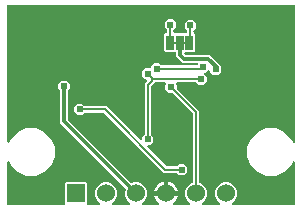
<source format=gbr>
G04 EAGLE Gerber RS-274X export*
G75*
%MOMM*%
%FSLAX34Y34*%
%LPD*%
%AMOC8*
5,1,8,0,0,1.08239X$1,22.5*%
G01*
%ADD10R,0.635000X1.270000*%
%ADD11C,0.203200*%
%ADD12R,1.524000X1.524000*%
%ADD13C,1.524000*%
%ADD14C,0.609600*%
%ADD15C,0.177800*%
%ADD16C,0.304800*%

G36*
X53144Y5216D02*
X53144Y5216D01*
X53202Y5214D01*
X53284Y5236D01*
X53368Y5248D01*
X53421Y5271D01*
X53477Y5286D01*
X53550Y5329D01*
X53627Y5364D01*
X53672Y5402D01*
X53722Y5431D01*
X53780Y5493D01*
X53844Y5547D01*
X53876Y5596D01*
X53916Y5639D01*
X53955Y5714D01*
X54002Y5784D01*
X54019Y5840D01*
X54046Y5892D01*
X54057Y5960D01*
X54087Y6055D01*
X54090Y6155D01*
X54101Y6223D01*
X54101Y23357D01*
X55143Y24399D01*
X71857Y24399D01*
X72899Y23357D01*
X72899Y6223D01*
X72907Y6165D01*
X72905Y6107D01*
X72927Y6025D01*
X72939Y5941D01*
X72962Y5888D01*
X72977Y5832D01*
X73020Y5759D01*
X73055Y5682D01*
X73093Y5637D01*
X73122Y5587D01*
X73184Y5529D01*
X73238Y5465D01*
X73287Y5433D01*
X73330Y5393D01*
X73405Y5354D01*
X73475Y5307D01*
X73531Y5290D01*
X73583Y5263D01*
X73651Y5252D01*
X73746Y5222D01*
X73846Y5219D01*
X73914Y5208D01*
X82949Y5208D01*
X82979Y5212D01*
X83008Y5209D01*
X83119Y5232D01*
X83231Y5248D01*
X83258Y5260D01*
X83286Y5265D01*
X83387Y5318D01*
X83490Y5364D01*
X83513Y5383D01*
X83539Y5396D01*
X83621Y5474D01*
X83707Y5547D01*
X83724Y5572D01*
X83745Y5592D01*
X83802Y5690D01*
X83865Y5784D01*
X83874Y5812D01*
X83889Y5837D01*
X83916Y5947D01*
X83951Y6055D01*
X83951Y6085D01*
X83959Y6113D01*
X83955Y6226D01*
X83958Y6339D01*
X83951Y6368D01*
X83950Y6397D01*
X83915Y6505D01*
X83886Y6614D01*
X83871Y6640D01*
X83862Y6668D01*
X83817Y6731D01*
X83741Y6859D01*
X83695Y6902D01*
X83667Y6941D01*
X80932Y9676D01*
X79501Y13130D01*
X79501Y16870D01*
X80932Y20324D01*
X83576Y22968D01*
X87030Y24399D01*
X90770Y24399D01*
X94224Y22968D01*
X96868Y20324D01*
X98299Y16870D01*
X98299Y13130D01*
X96868Y9676D01*
X94133Y6941D01*
X94115Y6917D01*
X94093Y6898D01*
X94030Y6804D01*
X93962Y6714D01*
X93951Y6686D01*
X93935Y6662D01*
X93901Y6554D01*
X93861Y6448D01*
X93858Y6419D01*
X93849Y6391D01*
X93846Y6277D01*
X93837Y6165D01*
X93843Y6136D01*
X93842Y6107D01*
X93871Y5997D01*
X93893Y5886D01*
X93906Y5860D01*
X93914Y5832D01*
X93972Y5734D01*
X94024Y5634D01*
X94044Y5612D01*
X94059Y5587D01*
X94142Y5510D01*
X94220Y5428D01*
X94245Y5413D01*
X94266Y5393D01*
X94367Y5341D01*
X94465Y5284D01*
X94493Y5277D01*
X94519Y5263D01*
X94597Y5250D01*
X94740Y5214D01*
X94803Y5216D01*
X94851Y5208D01*
X108349Y5208D01*
X108379Y5212D01*
X108408Y5209D01*
X108519Y5232D01*
X108631Y5248D01*
X108658Y5260D01*
X108686Y5265D01*
X108787Y5318D01*
X108890Y5364D01*
X108913Y5383D01*
X108939Y5396D01*
X109021Y5474D01*
X109107Y5547D01*
X109124Y5572D01*
X109145Y5592D01*
X109202Y5690D01*
X109265Y5784D01*
X109274Y5812D01*
X109289Y5837D01*
X109316Y5947D01*
X109351Y6055D01*
X109351Y6085D01*
X109359Y6113D01*
X109355Y6226D01*
X109358Y6339D01*
X109351Y6368D01*
X109350Y6397D01*
X109315Y6505D01*
X109286Y6614D01*
X109271Y6640D01*
X109262Y6668D01*
X109217Y6731D01*
X109141Y6859D01*
X109095Y6902D01*
X109067Y6941D01*
X106332Y9676D01*
X104901Y13130D01*
X104901Y16870D01*
X105479Y18264D01*
X105479Y18266D01*
X105480Y18267D01*
X105514Y18401D01*
X105550Y18539D01*
X105550Y18541D01*
X105550Y18542D01*
X105546Y18683D01*
X105542Y18823D01*
X105541Y18825D01*
X105541Y18827D01*
X105498Y18959D01*
X105455Y19094D01*
X105454Y19096D01*
X105454Y19097D01*
X105445Y19109D01*
X105297Y19330D01*
X105273Y19350D01*
X105259Y19370D01*
X52269Y72360D01*
X50037Y74592D01*
X50037Y101720D01*
X50030Y101768D01*
X50031Y101773D01*
X50029Y101779D01*
X50025Y101807D01*
X50022Y101894D01*
X50005Y101947D01*
X49997Y102002D01*
X49962Y102081D01*
X49935Y102165D01*
X49907Y102204D01*
X49881Y102261D01*
X49785Y102374D01*
X49740Y102438D01*
X48513Y103665D01*
X48513Y107663D01*
X51341Y110491D01*
X55339Y110491D01*
X58167Y107663D01*
X58167Y103665D01*
X56940Y102438D01*
X56888Y102368D01*
X56828Y102304D01*
X56802Y102255D01*
X56769Y102211D01*
X56738Y102129D01*
X56698Y102051D01*
X56690Y102004D01*
X56668Y101945D01*
X56658Y101830D01*
X56657Y101824D01*
X56656Y101803D01*
X56656Y101798D01*
X56643Y101720D01*
X56643Y77749D01*
X56655Y77662D01*
X56658Y77575D01*
X56675Y77522D01*
X56683Y77467D01*
X56718Y77387D01*
X56745Y77304D01*
X56773Y77265D01*
X56799Y77208D01*
X56895Y77094D01*
X56940Y77031D01*
X109930Y24041D01*
X109931Y24040D01*
X109932Y24039D01*
X110050Y23951D01*
X110157Y23870D01*
X110158Y23870D01*
X110160Y23869D01*
X110293Y23818D01*
X110422Y23769D01*
X110424Y23769D01*
X110425Y23768D01*
X110570Y23757D01*
X110706Y23746D01*
X110707Y23746D01*
X110709Y23746D01*
X110724Y23749D01*
X110984Y23801D01*
X111012Y23815D01*
X111036Y23821D01*
X112430Y24399D01*
X116170Y24399D01*
X119624Y22968D01*
X122268Y20324D01*
X123699Y16870D01*
X123699Y13130D01*
X122268Y9676D01*
X119533Y6941D01*
X119515Y6917D01*
X119493Y6898D01*
X119430Y6804D01*
X119362Y6714D01*
X119351Y6686D01*
X119335Y6662D01*
X119301Y6554D01*
X119261Y6448D01*
X119258Y6419D01*
X119249Y6391D01*
X119246Y6277D01*
X119237Y6165D01*
X119243Y6136D01*
X119242Y6107D01*
X119271Y5997D01*
X119293Y5886D01*
X119306Y5860D01*
X119314Y5832D01*
X119372Y5734D01*
X119424Y5634D01*
X119444Y5612D01*
X119459Y5587D01*
X119542Y5510D01*
X119620Y5428D01*
X119645Y5413D01*
X119666Y5393D01*
X119767Y5341D01*
X119865Y5284D01*
X119893Y5277D01*
X119919Y5263D01*
X119997Y5250D01*
X120140Y5214D01*
X120203Y5216D01*
X120251Y5208D01*
X132767Y5208D01*
X132875Y5223D01*
X132983Y5231D01*
X133015Y5243D01*
X133048Y5248D01*
X133148Y5292D01*
X133250Y5330D01*
X133277Y5350D01*
X133308Y5364D01*
X133391Y5434D01*
X133478Y5499D01*
X133499Y5526D01*
X133525Y5547D01*
X133585Y5638D01*
X133651Y5724D01*
X133664Y5756D01*
X133682Y5784D01*
X133715Y5888D01*
X133755Y5989D01*
X133758Y6023D01*
X133768Y6055D01*
X133771Y6164D01*
X133781Y6272D01*
X133775Y6305D01*
X133775Y6339D01*
X133748Y6444D01*
X133727Y6551D01*
X133712Y6582D01*
X133704Y6614D01*
X133648Y6708D01*
X133599Y6805D01*
X133577Y6827D01*
X133558Y6859D01*
X133399Y7009D01*
X133364Y7044D01*
X133081Y7250D01*
X131950Y8381D01*
X131010Y9675D01*
X130284Y11100D01*
X129789Y12621D01*
X129734Y12969D01*
X138684Y12969D01*
X138742Y12977D01*
X138800Y12975D01*
X138882Y12997D01*
X138965Y13009D01*
X139019Y13033D01*
X139075Y13047D01*
X139148Y13090D01*
X139225Y13125D01*
X139269Y13163D01*
X139320Y13193D01*
X139377Y13254D01*
X139442Y13309D01*
X139474Y13357D01*
X139514Y13400D01*
X139553Y13475D01*
X139599Y13545D01*
X139617Y13601D01*
X139644Y13653D01*
X139655Y13721D01*
X139685Y13816D01*
X139688Y13916D01*
X139699Y13984D01*
X139699Y15001D01*
X139701Y15001D01*
X139701Y13984D01*
X139709Y13926D01*
X139708Y13868D01*
X139729Y13786D01*
X139741Y13703D01*
X139765Y13649D01*
X139779Y13593D01*
X139822Y13520D01*
X139857Y13443D01*
X139895Y13398D01*
X139925Y13348D01*
X139986Y13290D01*
X140041Y13226D01*
X140089Y13194D01*
X140132Y13154D01*
X140207Y13115D01*
X140277Y13069D01*
X140333Y13051D01*
X140385Y13024D01*
X140453Y13013D01*
X140548Y12983D01*
X140648Y12980D01*
X140716Y12969D01*
X149666Y12969D01*
X149611Y12621D01*
X149116Y11100D01*
X148390Y9675D01*
X147450Y8381D01*
X146319Y7250D01*
X146036Y7044D01*
X145958Y6969D01*
X145875Y6898D01*
X145856Y6870D01*
X145832Y6847D01*
X145778Y6753D01*
X145718Y6662D01*
X145707Y6629D01*
X145691Y6600D01*
X145665Y6495D01*
X145632Y6391D01*
X145631Y6357D01*
X145623Y6324D01*
X145627Y6215D01*
X145625Y6107D01*
X145633Y6074D01*
X145635Y6040D01*
X145669Y5937D01*
X145696Y5832D01*
X145714Y5803D01*
X145724Y5770D01*
X145786Y5681D01*
X145842Y5587D01*
X145866Y5564D01*
X145886Y5536D01*
X145970Y5467D01*
X146049Y5393D01*
X146079Y5377D01*
X146105Y5356D01*
X146205Y5313D01*
X146302Y5263D01*
X146332Y5258D01*
X146366Y5243D01*
X146584Y5216D01*
X146633Y5208D01*
X159149Y5208D01*
X159179Y5212D01*
X159208Y5209D01*
X159319Y5232D01*
X159431Y5248D01*
X159458Y5260D01*
X159486Y5265D01*
X159587Y5318D01*
X159690Y5364D01*
X159713Y5383D01*
X159739Y5396D01*
X159821Y5474D01*
X159907Y5547D01*
X159924Y5572D01*
X159945Y5592D01*
X160002Y5690D01*
X160065Y5784D01*
X160074Y5812D01*
X160089Y5837D01*
X160116Y5947D01*
X160151Y6055D01*
X160151Y6085D01*
X160159Y6113D01*
X160155Y6226D01*
X160158Y6339D01*
X160151Y6368D01*
X160150Y6397D01*
X160115Y6505D01*
X160086Y6614D01*
X160071Y6640D01*
X160062Y6668D01*
X160017Y6731D01*
X159941Y6859D01*
X159895Y6902D01*
X159867Y6941D01*
X157132Y9676D01*
X155701Y13130D01*
X155701Y16870D01*
X157132Y20324D01*
X159776Y22968D01*
X161806Y23808D01*
X161807Y23809D01*
X161808Y23810D01*
X161929Y23881D01*
X162050Y23953D01*
X162051Y23954D01*
X162053Y23955D01*
X162150Y24059D01*
X162246Y24160D01*
X162246Y24161D01*
X162247Y24162D01*
X162312Y24288D01*
X162376Y24412D01*
X162376Y24414D01*
X162377Y24415D01*
X162379Y24430D01*
X162431Y24691D01*
X162428Y24722D01*
X162432Y24746D01*
X162432Y82294D01*
X162420Y82381D01*
X162417Y82468D01*
X162400Y82521D01*
X162392Y82576D01*
X162357Y82656D01*
X162330Y82739D01*
X162302Y82778D01*
X162276Y82835D01*
X162180Y82949D01*
X162135Y83012D01*
X145369Y99778D01*
X145300Y99830D01*
X145236Y99890D01*
X145186Y99916D01*
X145142Y99949D01*
X145060Y99980D01*
X144983Y100020D01*
X144935Y100028D01*
X144876Y100050D01*
X144729Y100062D01*
X144651Y100075D01*
X142019Y100075D01*
X139191Y102903D01*
X139191Y106901D01*
X139521Y107231D01*
X139539Y107255D01*
X139561Y107274D01*
X139624Y107368D01*
X139692Y107458D01*
X139702Y107486D01*
X139719Y107510D01*
X139753Y107618D01*
X139793Y107724D01*
X139796Y107753D01*
X139805Y107781D01*
X139807Y107895D01*
X139817Y108007D01*
X139811Y108036D01*
X139812Y108065D01*
X139783Y108175D01*
X139761Y108286D01*
X139747Y108312D01*
X139740Y108340D01*
X139682Y108438D01*
X139630Y108538D01*
X139610Y108560D01*
X139595Y108585D01*
X139512Y108662D01*
X139434Y108744D01*
X139409Y108759D01*
X139387Y108779D01*
X139286Y108831D01*
X139189Y108888D01*
X139160Y108895D01*
X139134Y108909D01*
X139057Y108922D01*
X138913Y108958D01*
X138851Y108956D01*
X138803Y108964D01*
X130430Y108964D01*
X130343Y108952D01*
X130256Y108949D01*
X130203Y108932D01*
X130148Y108924D01*
X130068Y108889D01*
X129985Y108862D01*
X129946Y108834D01*
X129889Y108808D01*
X129775Y108712D01*
X129712Y108667D01*
X127171Y106126D01*
X127119Y106057D01*
X127059Y105993D01*
X127033Y105943D01*
X127000Y105899D01*
X126969Y105817D01*
X126929Y105740D01*
X126921Y105692D01*
X126899Y105633D01*
X126887Y105486D01*
X126874Y105408D01*
X126874Y65285D01*
X126886Y65198D01*
X126889Y65111D01*
X126906Y65058D01*
X126914Y65003D01*
X126949Y64924D01*
X126976Y64840D01*
X127004Y64801D01*
X127030Y64744D01*
X127126Y64631D01*
X127171Y64567D01*
X129033Y62705D01*
X129033Y58707D01*
X126205Y55879D01*
X124768Y55879D01*
X124739Y55875D01*
X124710Y55878D01*
X124599Y55855D01*
X124487Y55839D01*
X124460Y55827D01*
X124431Y55822D01*
X124331Y55770D01*
X124227Y55723D01*
X124205Y55704D01*
X124179Y55691D01*
X124097Y55613D01*
X124010Y55540D01*
X123994Y55515D01*
X123973Y55495D01*
X123915Y55397D01*
X123853Y55303D01*
X123844Y55275D01*
X123829Y55250D01*
X123801Y55140D01*
X123767Y55032D01*
X123766Y55002D01*
X123759Y54974D01*
X123762Y54861D01*
X123760Y54748D01*
X123767Y54719D01*
X123768Y54690D01*
X123803Y54582D01*
X123831Y54473D01*
X123846Y54447D01*
X123855Y54419D01*
X123901Y54356D01*
X123977Y54228D01*
X124022Y54185D01*
X124050Y54146D01*
X140052Y38144D01*
X140122Y38092D01*
X140186Y38032D01*
X140235Y38006D01*
X140279Y37973D01*
X140361Y37942D01*
X140439Y37902D01*
X140487Y37894D01*
X140545Y37872D01*
X140693Y37860D01*
X140770Y37847D01*
X148456Y37847D01*
X148543Y37859D01*
X148630Y37862D01*
X148683Y37879D01*
X148738Y37887D01*
X148817Y37922D01*
X148901Y37949D01*
X148940Y37977D01*
X148997Y38003D01*
X149110Y38099D01*
X149174Y38144D01*
X150909Y39879D01*
X154907Y39879D01*
X157735Y37051D01*
X157735Y33053D01*
X154907Y30225D01*
X150909Y30225D01*
X149174Y31960D01*
X149104Y32012D01*
X149040Y32072D01*
X148991Y32098D01*
X148947Y32131D01*
X148865Y32162D01*
X148787Y32202D01*
X148740Y32210D01*
X148681Y32232D01*
X148534Y32244D01*
X148456Y32257D01*
X138034Y32257D01*
X87278Y83014D01*
X87208Y83066D01*
X87144Y83126D01*
X87095Y83152D01*
X87051Y83185D01*
X86969Y83216D01*
X86891Y83256D01*
X86843Y83264D01*
X86785Y83286D01*
X86637Y83298D01*
X86560Y83311D01*
X71204Y83311D01*
X71117Y83299D01*
X71030Y83296D01*
X70977Y83279D01*
X70922Y83271D01*
X70843Y83236D01*
X70759Y83209D01*
X70720Y83181D01*
X70663Y83155D01*
X70550Y83059D01*
X70486Y83014D01*
X68751Y81279D01*
X64753Y81279D01*
X61925Y84107D01*
X61925Y88105D01*
X64753Y90933D01*
X68751Y90933D01*
X70486Y89198D01*
X70556Y89146D01*
X70620Y89086D01*
X70669Y89060D01*
X70713Y89027D01*
X70795Y88996D01*
X70873Y88956D01*
X70920Y88948D01*
X70979Y88926D01*
X71126Y88914D01*
X71204Y88901D01*
X89296Y88901D01*
X117646Y60550D01*
X117670Y60533D01*
X117689Y60510D01*
X117783Y60447D01*
X117873Y60379D01*
X117901Y60369D01*
X117925Y60353D01*
X118033Y60318D01*
X118139Y60278D01*
X118168Y60276D01*
X118196Y60267D01*
X118310Y60264D01*
X118422Y60255D01*
X118451Y60260D01*
X118480Y60260D01*
X118590Y60288D01*
X118701Y60310D01*
X118727Y60324D01*
X118755Y60331D01*
X118853Y60389D01*
X118953Y60441D01*
X118975Y60462D01*
X119000Y60477D01*
X119077Y60559D01*
X119159Y60637D01*
X119174Y60663D01*
X119194Y60684D01*
X119246Y60785D01*
X119303Y60882D01*
X119310Y60911D01*
X119324Y60937D01*
X119337Y61014D01*
X119373Y61158D01*
X119371Y61220D01*
X119379Y61268D01*
X119379Y62705D01*
X121241Y64567D01*
X121293Y64637D01*
X121353Y64701D01*
X121379Y64750D01*
X121412Y64794D01*
X121443Y64876D01*
X121483Y64954D01*
X121491Y65001D01*
X121513Y65060D01*
X121525Y65207D01*
X121538Y65285D01*
X121538Y108039D01*
X123271Y109772D01*
X123289Y109796D01*
X123311Y109815D01*
X123374Y109909D01*
X123442Y109999D01*
X123453Y110027D01*
X123469Y110051D01*
X123503Y110159D01*
X123544Y110265D01*
X123546Y110294D01*
X123555Y110322D01*
X123558Y110436D01*
X123567Y110548D01*
X123561Y110577D01*
X123562Y110606D01*
X123533Y110716D01*
X123511Y110827D01*
X123498Y110853D01*
X123490Y110881D01*
X123432Y110979D01*
X123380Y111079D01*
X123360Y111101D01*
X123345Y111126D01*
X123262Y111203D01*
X123184Y111285D01*
X123159Y111300D01*
X123138Y111320D01*
X123037Y111372D01*
X122939Y111429D01*
X122911Y111436D01*
X122885Y111450D01*
X122807Y111463D01*
X122664Y111499D01*
X122601Y111497D01*
X122554Y111505D01*
X122207Y111505D01*
X119379Y114333D01*
X119379Y118331D01*
X122207Y121159D01*
X125984Y121159D01*
X126042Y121167D01*
X126100Y121165D01*
X126182Y121187D01*
X126266Y121199D01*
X126319Y121222D01*
X126375Y121237D01*
X126448Y121280D01*
X126525Y121315D01*
X126570Y121353D01*
X126620Y121382D01*
X126678Y121444D01*
X126742Y121498D01*
X126774Y121547D01*
X126814Y121590D01*
X126853Y121665D01*
X126900Y121735D01*
X126917Y121791D01*
X126944Y121843D01*
X126955Y121911D01*
X126985Y122006D01*
X126988Y122106D01*
X126999Y122174D01*
X126999Y122649D01*
X129827Y125477D01*
X133825Y125477D01*
X135687Y123615D01*
X135757Y123563D01*
X135821Y123503D01*
X135870Y123477D01*
X135914Y123444D01*
X135996Y123413D01*
X136074Y123373D01*
X136121Y123365D01*
X136180Y123343D01*
X136327Y123331D01*
X136405Y123318D01*
X165354Y123318D01*
X165412Y123326D01*
X165470Y123324D01*
X165552Y123346D01*
X165636Y123358D01*
X165689Y123381D01*
X165745Y123396D01*
X165818Y123439D01*
X165895Y123474D01*
X165940Y123512D01*
X165990Y123541D01*
X166048Y123603D01*
X166112Y123657D01*
X166144Y123706D01*
X166184Y123749D01*
X166223Y123824D01*
X166270Y123894D01*
X166287Y123950D01*
X166314Y124002D01*
X166325Y124070D01*
X166355Y124165D01*
X166357Y124215D01*
X166363Y124223D01*
X166373Y124251D01*
X166390Y124275D01*
X166424Y124383D01*
X166464Y124489D01*
X166467Y124518D01*
X166476Y124546D01*
X166478Y124659D01*
X166488Y124772D01*
X166482Y124801D01*
X166483Y124830D01*
X166454Y124940D01*
X166432Y125051D01*
X166418Y125077D01*
X166411Y125105D01*
X166353Y125203D01*
X166301Y125303D01*
X166281Y125325D01*
X166266Y125350D01*
X166183Y125427D01*
X166105Y125509D01*
X166080Y125524D01*
X166058Y125544D01*
X165958Y125596D01*
X165860Y125653D01*
X165831Y125660D01*
X165805Y125674D01*
X165728Y125687D01*
X165584Y125723D01*
X165522Y125721D01*
X165474Y125729D01*
X153318Y125729D01*
X148051Y130996D01*
X148051Y133614D01*
X148043Y133672D01*
X148045Y133730D01*
X148023Y133812D01*
X148011Y133896D01*
X147988Y133949D01*
X147973Y134005D01*
X147930Y134078D01*
X147895Y134155D01*
X147857Y134200D01*
X147828Y134250D01*
X147766Y134308D01*
X147712Y134372D01*
X147663Y134404D01*
X147620Y134444D01*
X147545Y134483D01*
X147475Y134530D01*
X147419Y134547D01*
X147367Y134574D01*
X147299Y134585D01*
X147204Y134615D01*
X147104Y134618D01*
X147036Y134629D01*
X139314Y134629D01*
X138272Y135671D01*
X138272Y149845D01*
X139314Y150887D01*
X139573Y150887D01*
X139631Y150895D01*
X139689Y150893D01*
X139771Y150915D01*
X139855Y150927D01*
X139908Y150950D01*
X139964Y150965D01*
X140037Y151008D01*
X140114Y151043D01*
X140159Y151081D01*
X140209Y151110D01*
X140267Y151172D01*
X140331Y151226D01*
X140363Y151275D01*
X140403Y151318D01*
X140442Y151393D01*
X140489Y151463D01*
X140506Y151519D01*
X140533Y151571D01*
X140544Y151639D01*
X140574Y151734D01*
X140577Y151834D01*
X140588Y151902D01*
X140588Y152901D01*
X140576Y152988D01*
X140573Y153075D01*
X140556Y153128D01*
X140548Y153183D01*
X140513Y153263D01*
X140486Y153346D01*
X140458Y153385D01*
X140432Y153442D01*
X140336Y153555D01*
X140291Y153619D01*
X138429Y155481D01*
X138429Y159479D01*
X141257Y162307D01*
X145255Y162307D01*
X148083Y159479D01*
X148083Y155481D01*
X146221Y153619D01*
X146169Y153549D01*
X146109Y153485D01*
X146083Y153436D01*
X146050Y153392D01*
X146019Y153310D01*
X145979Y153232D01*
X145971Y153185D01*
X145949Y153126D01*
X145937Y152979D01*
X145924Y152901D01*
X145924Y151902D01*
X145932Y151844D01*
X145930Y151786D01*
X145952Y151704D01*
X145964Y151620D01*
X145987Y151567D01*
X146002Y151511D01*
X146045Y151438D01*
X146080Y151361D01*
X146118Y151316D01*
X146147Y151266D01*
X146209Y151208D01*
X146263Y151144D01*
X146312Y151112D01*
X146355Y151072D01*
X146430Y151033D01*
X146500Y150986D01*
X146556Y150969D01*
X146608Y150942D01*
X146676Y150931D01*
X146771Y150901D01*
X146871Y150898D01*
X146939Y150887D01*
X156591Y150887D01*
X156649Y150895D01*
X156707Y150893D01*
X156789Y150915D01*
X156873Y150927D01*
X156926Y150950D01*
X156982Y150965D01*
X157055Y151008D01*
X157132Y151043D01*
X157177Y151081D01*
X157227Y151110D01*
X157285Y151172D01*
X157349Y151226D01*
X157381Y151275D01*
X157421Y151318D01*
X157460Y151393D01*
X157507Y151463D01*
X157524Y151519D01*
X157551Y151571D01*
X157562Y151639D01*
X157592Y151734D01*
X157595Y151834D01*
X157606Y151902D01*
X157606Y152647D01*
X157594Y152734D01*
X157591Y152821D01*
X157574Y152874D01*
X157566Y152929D01*
X157531Y153009D01*
X157504Y153092D01*
X157476Y153131D01*
X157450Y153188D01*
X157354Y153301D01*
X157309Y153365D01*
X155447Y155227D01*
X155447Y159225D01*
X158275Y162053D01*
X162273Y162053D01*
X165101Y159225D01*
X165101Y155227D01*
X163239Y153365D01*
X163187Y153295D01*
X163127Y153231D01*
X163101Y153182D01*
X163068Y153138D01*
X163037Y153056D01*
X162997Y152978D01*
X162989Y152931D01*
X162967Y152872D01*
X162955Y152725D01*
X162942Y152647D01*
X162942Y151759D01*
X162954Y151673D01*
X162957Y151585D01*
X162974Y151533D01*
X162982Y151478D01*
X163017Y151398D01*
X163044Y151315D01*
X163072Y151276D01*
X163098Y151218D01*
X163194Y151105D01*
X163239Y151041D01*
X164436Y149845D01*
X164436Y135671D01*
X163394Y134629D01*
X156211Y134629D01*
X156181Y134625D01*
X156152Y134628D01*
X156041Y134605D01*
X155929Y134589D01*
X155902Y134577D01*
X155873Y134572D01*
X155773Y134520D01*
X155670Y134473D01*
X155647Y134454D01*
X155621Y134441D01*
X155539Y134363D01*
X155453Y134290D01*
X155436Y134265D01*
X155415Y134245D01*
X155358Y134147D01*
X155295Y134053D01*
X155286Y134025D01*
X155271Y134000D01*
X155243Y133890D01*
X155209Y133782D01*
X155208Y133753D01*
X155201Y133724D01*
X155205Y133611D01*
X155202Y133498D01*
X155209Y133469D01*
X155210Y133440D01*
X155245Y133332D01*
X155274Y133223D01*
X155289Y133197D01*
X155298Y133169D01*
X155343Y133106D01*
X155419Y132978D01*
X155465Y132935D01*
X155493Y132896D01*
X155757Y132632D01*
X155827Y132579D01*
X155890Y132520D01*
X155940Y132494D01*
X155984Y132461D01*
X156066Y132430D01*
X156144Y132390D01*
X156191Y132382D01*
X156250Y132360D01*
X156397Y132348D01*
X156475Y132335D01*
X176882Y132335D01*
X184881Y124336D01*
X184881Y124054D01*
X184893Y123967D01*
X184896Y123880D01*
X184913Y123827D01*
X184921Y123772D01*
X184956Y123693D01*
X184983Y123609D01*
X185011Y123570D01*
X185037Y123513D01*
X185133Y123400D01*
X185178Y123336D01*
X186405Y122109D01*
X186405Y118111D01*
X183577Y115283D01*
X179579Y115283D01*
X176751Y118111D01*
X176751Y118452D01*
X176747Y118481D01*
X176750Y118511D01*
X176727Y118622D01*
X176711Y118734D01*
X176699Y118760D01*
X176694Y118789D01*
X176641Y118890D01*
X176595Y118993D01*
X176576Y119016D01*
X176563Y119042D01*
X176485Y119124D01*
X176412Y119210D01*
X176387Y119226D01*
X176367Y119248D01*
X176269Y119305D01*
X176175Y119368D01*
X176147Y119377D01*
X176122Y119391D01*
X176012Y119419D01*
X175904Y119454D01*
X175874Y119454D01*
X175846Y119461D01*
X175733Y119458D01*
X175620Y119461D01*
X175591Y119453D01*
X175562Y119452D01*
X175454Y119418D01*
X175345Y119389D01*
X175319Y119374D01*
X175291Y119365D01*
X175228Y119319D01*
X175100Y119244D01*
X175057Y119198D01*
X175018Y119170D01*
X173195Y117347D01*
X172852Y117347D01*
X172823Y117343D01*
X172793Y117346D01*
X172682Y117323D01*
X172570Y117307D01*
X172544Y117295D01*
X172515Y117290D01*
X172414Y117237D01*
X172311Y117191D01*
X172288Y117172D01*
X172262Y117159D01*
X172180Y117081D01*
X172094Y117008D01*
X172078Y116983D01*
X172056Y116963D01*
X171999Y116865D01*
X171936Y116771D01*
X171927Y116743D01*
X171913Y116718D01*
X171885Y116608D01*
X171850Y116500D01*
X171850Y116470D01*
X171843Y116442D01*
X171846Y116329D01*
X171843Y116216D01*
X171851Y116187D01*
X171852Y116158D01*
X171886Y116050D01*
X171915Y115941D01*
X171930Y115915D01*
X171939Y115887D01*
X171985Y115824D01*
X172060Y115696D01*
X172106Y115653D01*
X172134Y115614D01*
X174117Y113631D01*
X174117Y109633D01*
X171289Y106805D01*
X167291Y106805D01*
X165429Y108667D01*
X165359Y108719D01*
X165295Y108779D01*
X165246Y108805D01*
X165202Y108838D01*
X165120Y108869D01*
X165042Y108909D01*
X164995Y108917D01*
X164936Y108939D01*
X164789Y108951D01*
X164711Y108964D01*
X149233Y108964D01*
X149204Y108960D01*
X149174Y108963D01*
X149063Y108940D01*
X148951Y108924D01*
X148925Y108912D01*
X148896Y108907D01*
X148795Y108854D01*
X148692Y108808D01*
X148669Y108789D01*
X148643Y108776D01*
X148561Y108698D01*
X148475Y108625D01*
X148459Y108600D01*
X148437Y108580D01*
X148380Y108482D01*
X148317Y108388D01*
X148308Y108360D01*
X148294Y108335D01*
X148266Y108225D01*
X148231Y108117D01*
X148231Y108087D01*
X148224Y108059D01*
X148227Y107946D01*
X148224Y107833D01*
X148232Y107804D01*
X148233Y107775D01*
X148267Y107667D01*
X148296Y107558D01*
X148311Y107532D01*
X148320Y107504D01*
X148366Y107440D01*
X148441Y107313D01*
X148487Y107270D01*
X148515Y107231D01*
X148845Y106901D01*
X148845Y104269D01*
X148857Y104182D01*
X148860Y104095D01*
X148877Y104042D01*
X148885Y103987D01*
X148920Y103907D01*
X148947Y103824D01*
X148975Y103785D01*
X149001Y103728D01*
X149097Y103614D01*
X149142Y103551D01*
X167768Y84925D01*
X167768Y24746D01*
X167768Y24745D01*
X167768Y24743D01*
X167788Y24603D01*
X167808Y24465D01*
X167808Y24464D01*
X167808Y24462D01*
X167865Y24336D01*
X167924Y24206D01*
X167925Y24204D01*
X167926Y24203D01*
X168017Y24096D01*
X168107Y23989D01*
X168109Y23988D01*
X168110Y23986D01*
X168123Y23978D01*
X168344Y23831D01*
X168373Y23822D01*
X168394Y23808D01*
X170424Y22968D01*
X173068Y20324D01*
X174499Y16870D01*
X174499Y13130D01*
X173068Y9676D01*
X170333Y6941D01*
X170315Y6917D01*
X170293Y6898D01*
X170230Y6804D01*
X170162Y6714D01*
X170151Y6686D01*
X170135Y6662D01*
X170101Y6554D01*
X170061Y6448D01*
X170058Y6419D01*
X170049Y6391D01*
X170046Y6277D01*
X170037Y6165D01*
X170043Y6136D01*
X170042Y6107D01*
X170071Y5997D01*
X170093Y5886D01*
X170106Y5860D01*
X170114Y5832D01*
X170172Y5734D01*
X170224Y5634D01*
X170244Y5612D01*
X170259Y5587D01*
X170342Y5510D01*
X170420Y5428D01*
X170445Y5413D01*
X170466Y5393D01*
X170567Y5341D01*
X170665Y5284D01*
X170693Y5277D01*
X170719Y5263D01*
X170797Y5250D01*
X170940Y5214D01*
X171003Y5216D01*
X171051Y5208D01*
X184549Y5208D01*
X184579Y5212D01*
X184608Y5209D01*
X184719Y5232D01*
X184831Y5248D01*
X184858Y5260D01*
X184886Y5265D01*
X184987Y5318D01*
X185090Y5364D01*
X185113Y5383D01*
X185139Y5396D01*
X185221Y5474D01*
X185307Y5547D01*
X185324Y5572D01*
X185345Y5592D01*
X185402Y5690D01*
X185465Y5784D01*
X185474Y5812D01*
X185489Y5837D01*
X185516Y5947D01*
X185551Y6055D01*
X185551Y6085D01*
X185559Y6113D01*
X185555Y6226D01*
X185558Y6339D01*
X185551Y6368D01*
X185550Y6397D01*
X185515Y6505D01*
X185486Y6614D01*
X185471Y6640D01*
X185462Y6668D01*
X185417Y6731D01*
X185341Y6859D01*
X185295Y6902D01*
X185267Y6941D01*
X182532Y9676D01*
X181101Y13130D01*
X181101Y16870D01*
X182532Y20324D01*
X185176Y22968D01*
X188630Y24399D01*
X192370Y24399D01*
X195824Y22968D01*
X198468Y20324D01*
X199899Y16870D01*
X199899Y13130D01*
X198468Y9676D01*
X195733Y6941D01*
X195715Y6917D01*
X195693Y6898D01*
X195630Y6804D01*
X195562Y6714D01*
X195551Y6686D01*
X195535Y6662D01*
X195501Y6554D01*
X195461Y6448D01*
X195458Y6419D01*
X195449Y6391D01*
X195446Y6277D01*
X195437Y6165D01*
X195443Y6136D01*
X195442Y6107D01*
X195471Y5997D01*
X195493Y5886D01*
X195506Y5860D01*
X195514Y5832D01*
X195572Y5734D01*
X195624Y5634D01*
X195644Y5612D01*
X195659Y5587D01*
X195742Y5510D01*
X195820Y5428D01*
X195845Y5413D01*
X195866Y5393D01*
X195967Y5341D01*
X196065Y5284D01*
X196093Y5277D01*
X196119Y5263D01*
X196197Y5250D01*
X196340Y5214D01*
X196403Y5216D01*
X196451Y5208D01*
X247777Y5208D01*
X247835Y5216D01*
X247893Y5214D01*
X247975Y5236D01*
X248059Y5248D01*
X248112Y5271D01*
X248168Y5286D01*
X248241Y5329D01*
X248318Y5364D01*
X248363Y5402D01*
X248413Y5431D01*
X248471Y5493D01*
X248535Y5547D01*
X248567Y5596D01*
X248607Y5639D01*
X248646Y5714D01*
X248693Y5784D01*
X248710Y5840D01*
X248737Y5892D01*
X248748Y5960D01*
X248778Y6055D01*
X248781Y6155D01*
X248792Y6223D01*
X248792Y41171D01*
X248780Y41256D01*
X248778Y41342D01*
X248760Y41396D01*
X248752Y41453D01*
X248717Y41531D01*
X248691Y41613D01*
X248659Y41660D01*
X248636Y41712D01*
X248581Y41777D01*
X248533Y41849D01*
X248489Y41885D01*
X248453Y41929D01*
X248381Y41977D01*
X248315Y42032D01*
X248263Y42055D01*
X248216Y42087D01*
X248134Y42112D01*
X248055Y42147D01*
X247999Y42155D01*
X247945Y42172D01*
X247859Y42174D01*
X247774Y42186D01*
X247718Y42178D01*
X247661Y42180D01*
X247578Y42158D01*
X247492Y42146D01*
X247441Y42122D01*
X247386Y42108D01*
X247312Y42064D01*
X247233Y42028D01*
X247190Y41992D01*
X247141Y41963D01*
X247082Y41900D01*
X247017Y41844D01*
X246991Y41802D01*
X246947Y41755D01*
X246881Y41626D01*
X246839Y41560D01*
X245624Y38625D01*
X239975Y32976D01*
X232594Y29919D01*
X224606Y29919D01*
X217225Y32976D01*
X211576Y38625D01*
X208519Y46006D01*
X208519Y53994D01*
X211576Y61375D01*
X217225Y67024D01*
X224606Y70081D01*
X232594Y70081D01*
X239975Y67024D01*
X245624Y61375D01*
X246839Y58440D01*
X246883Y58367D01*
X246918Y58288D01*
X246955Y58245D01*
X246984Y58196D01*
X247046Y58137D01*
X247102Y58071D01*
X247149Y58040D01*
X247190Y58000D01*
X247267Y57961D01*
X247338Y57913D01*
X247392Y57896D01*
X247443Y57870D01*
X247527Y57854D01*
X247609Y57828D01*
X247666Y57826D01*
X247722Y57815D01*
X247807Y57823D01*
X247893Y57820D01*
X247948Y57835D01*
X248005Y57840D01*
X248085Y57871D01*
X248168Y57892D01*
X248217Y57921D01*
X248270Y57942D01*
X248339Y57994D01*
X248413Y58037D01*
X248452Y58079D01*
X248497Y58113D01*
X248549Y58182D01*
X248607Y58245D01*
X248633Y58296D01*
X248667Y58341D01*
X248698Y58421D01*
X248737Y58498D01*
X248745Y58547D01*
X248768Y58607D01*
X248779Y58752D01*
X248792Y58829D01*
X248792Y173777D01*
X248785Y173829D01*
X248786Y173856D01*
X248785Y173859D01*
X248786Y173893D01*
X248764Y173975D01*
X248752Y174059D01*
X248729Y174112D01*
X248714Y174168D01*
X248671Y174241D01*
X248636Y174318D01*
X248598Y174363D01*
X248569Y174413D01*
X248507Y174471D01*
X248453Y174535D01*
X248404Y174567D01*
X248361Y174607D01*
X248286Y174646D01*
X248216Y174693D01*
X248160Y174710D01*
X248108Y174737D01*
X248040Y174748D01*
X247945Y174778D01*
X247845Y174781D01*
X247777Y174792D01*
X6223Y174792D01*
X6165Y174784D01*
X6107Y174786D01*
X6025Y174764D01*
X5941Y174752D01*
X5888Y174729D01*
X5832Y174714D01*
X5759Y174671D01*
X5682Y174636D01*
X5637Y174598D01*
X5587Y174569D01*
X5529Y174507D01*
X5465Y174453D01*
X5433Y174404D01*
X5393Y174361D01*
X5354Y174286D01*
X5307Y174216D01*
X5290Y174160D01*
X5263Y174108D01*
X5252Y174040D01*
X5222Y173945D01*
X5219Y173845D01*
X5208Y173777D01*
X5208Y58829D01*
X5220Y58744D01*
X5222Y58658D01*
X5240Y58604D01*
X5248Y58548D01*
X5283Y58469D01*
X5309Y58387D01*
X5341Y58340D01*
X5364Y58288D01*
X5419Y58223D01*
X5467Y58151D01*
X5511Y58115D01*
X5547Y58071D01*
X5619Y58024D01*
X5685Y57968D01*
X5737Y57945D01*
X5784Y57914D01*
X5866Y57888D01*
X5945Y57853D01*
X6001Y57845D01*
X6055Y57828D01*
X6141Y57826D01*
X6226Y57814D01*
X6282Y57822D01*
X6339Y57820D01*
X6422Y57842D01*
X6507Y57854D01*
X6559Y57878D01*
X6614Y57892D01*
X6688Y57936D01*
X6767Y57972D01*
X6810Y58008D01*
X6859Y58038D01*
X6918Y58100D01*
X6983Y58156D01*
X7009Y58198D01*
X7053Y58245D01*
X7119Y58374D01*
X7161Y58441D01*
X8376Y61375D01*
X14025Y67024D01*
X21406Y70081D01*
X29394Y70081D01*
X36775Y67024D01*
X42424Y61375D01*
X45481Y53994D01*
X45481Y46006D01*
X42424Y38625D01*
X36775Y32976D01*
X29394Y29919D01*
X21406Y29919D01*
X14025Y32976D01*
X8376Y38625D01*
X7161Y41559D01*
X7117Y41633D01*
X7082Y41712D01*
X7045Y41755D01*
X7016Y41804D01*
X6954Y41863D01*
X6898Y41929D01*
X6851Y41960D01*
X6810Y41999D01*
X6733Y42039D01*
X6662Y42086D01*
X6608Y42104D01*
X6557Y42130D01*
X6473Y42146D01*
X6391Y42172D01*
X6334Y42174D01*
X6278Y42185D01*
X6193Y42177D01*
X6107Y42180D01*
X6052Y42165D01*
X5995Y42160D01*
X5915Y42129D01*
X5832Y42108D01*
X5783Y42079D01*
X5730Y42058D01*
X5661Y42006D01*
X5587Y41962D01*
X5548Y41921D01*
X5503Y41887D01*
X5451Y41818D01*
X5393Y41755D01*
X5367Y41704D01*
X5333Y41659D01*
X5302Y41579D01*
X5263Y41502D01*
X5255Y41453D01*
X5232Y41393D01*
X5221Y41248D01*
X5208Y41171D01*
X5208Y6223D01*
X5216Y6165D01*
X5214Y6107D01*
X5236Y6025D01*
X5248Y5941D01*
X5271Y5888D01*
X5286Y5832D01*
X5329Y5759D01*
X5364Y5682D01*
X5402Y5637D01*
X5431Y5587D01*
X5493Y5529D01*
X5547Y5465D01*
X5596Y5433D01*
X5639Y5393D01*
X5714Y5354D01*
X5784Y5307D01*
X5840Y5290D01*
X5892Y5263D01*
X5960Y5252D01*
X6055Y5222D01*
X6155Y5219D01*
X6223Y5208D01*
X53086Y5208D01*
X53144Y5216D01*
G37*
%LPC*%
G36*
X141731Y17031D02*
X141731Y17031D01*
X141731Y24966D01*
X142079Y24911D01*
X143600Y24416D01*
X145025Y23690D01*
X146319Y22750D01*
X147450Y21619D01*
X148390Y20325D01*
X149116Y18900D01*
X149611Y17379D01*
X149666Y17031D01*
X141731Y17031D01*
G37*
%LPD*%
%LPC*%
G36*
X129734Y17031D02*
X129734Y17031D01*
X129789Y17379D01*
X130284Y18900D01*
X131010Y20325D01*
X131950Y21619D01*
X133081Y22750D01*
X134375Y23690D01*
X135800Y24416D01*
X137321Y24911D01*
X137669Y24966D01*
X137669Y17031D01*
X129734Y17031D01*
G37*
%LPD*%
D10*
X143226Y142758D03*
X151354Y142758D03*
X159482Y142758D03*
D11*
X151354Y142758D02*
X142972Y142758D01*
X151354Y142758D02*
X159990Y142758D01*
D12*
X63500Y15000D03*
D13*
X88900Y15000D03*
X114300Y15000D03*
X139700Y15000D03*
X165100Y15000D03*
X190500Y15000D03*
D14*
X101600Y9398D03*
X76708Y9398D03*
X126492Y8890D03*
X83566Y106172D03*
X42164Y104394D03*
X124206Y116332D03*
D15*
X127635Y112903D01*
X128905Y111633D01*
X128906Y111632D01*
X169290Y111632D01*
D14*
X169290Y111632D03*
X124206Y60706D03*
D15*
X124206Y106934D01*
X127508Y110236D01*
X128905Y111633D01*
X127508Y112776D02*
X127508Y110236D01*
X127508Y112776D02*
X127635Y112903D01*
D14*
X171196Y122174D03*
D15*
X169672Y120650D01*
X131826Y120650D01*
D14*
X131826Y120650D03*
X160274Y157226D03*
D15*
X160274Y143550D02*
X159482Y142758D01*
X160274Y143550D02*
X160274Y157226D01*
D14*
X143256Y157480D03*
D15*
X143256Y142788D02*
X143226Y142758D01*
X143256Y142788D02*
X143256Y157480D01*
D16*
X53340Y75960D02*
X114300Y15000D01*
X53340Y75960D02*
X53340Y105664D01*
D14*
X53340Y105664D03*
X181578Y120110D03*
D16*
X181578Y122968D01*
X175514Y129032D01*
X151354Y132364D02*
X151354Y142758D01*
X154686Y129032D02*
X175514Y129032D01*
X154686Y129032D02*
X151354Y132364D01*
D14*
X144018Y104902D03*
D15*
X165100Y83820D01*
X165100Y15000D01*
D14*
X152908Y35052D03*
X66752Y86106D03*
D11*
X139192Y35052D02*
X152908Y35052D01*
X88138Y86106D02*
X66752Y86106D01*
X88138Y86106D02*
X139192Y35052D01*
M02*

</source>
